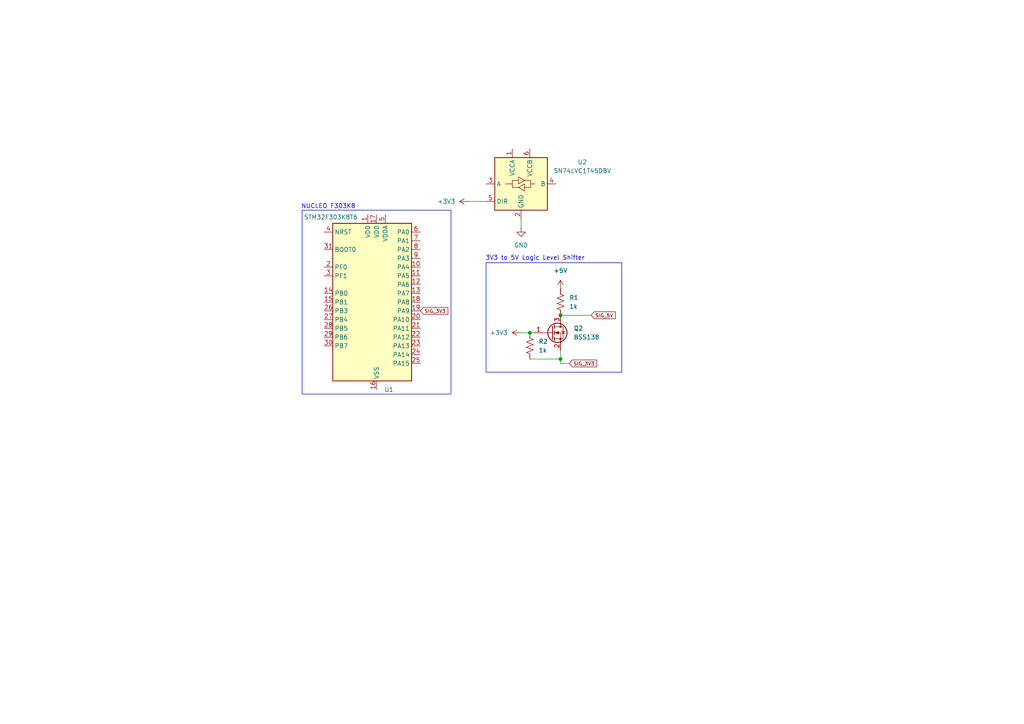
<source format=kicad_sch>
(kicad_sch (version 20231120) (generator "eeschema") (generator_version "8.0")
  (paper "A4")
  (title_block (title "Level Shifter") (date "2024-09-12") (rev "WIP-1") (comment 4 "Author: Matthew Briggs"))
  (lib_symbols
    (symbol "Device:R_US" (pin_numbers hide) (pin_names (offset 0))
      (property "Reference" "R" (at 2.54 0 90))
      (property "Value" "R_US" (at -2.54 0 90))
      (symbol "R_US_0_1"
        (polyline (pts (xy 0 -2.286) (xy 0 -2.54)))
        (polyline (pts (xy 0 2.286) (xy 0 2.54)))
        (polyline (pts (xy 0 -0.762) (xy 1.016 -1.143) (xy 0 -1.524) (xy -1.016 -1.905) (xy 0 -2.286)))
        (polyline (pts (xy 0 0.762) (xy 1.016 0.381) (xy 0 0) (xy -1.016 -0.381) (xy 0 -0.762)))
        (polyline (pts (xy 0 2.286) (xy 1.016 1.905) (xy 0 1.524) (xy -1.016 1.143) (xy 0 0.762)))
      )
      (symbol "R_US_1_1"
        (pin passive line (at 0 3.81 270) (length 1.27) (name "~") (number "1"))
        (pin passive line (at 0 -3.81 90) (length 1.27) (name "~") (number "2"))
      )
    )
    (symbol "Logic_LevelTranslator:SN74LVC1T45DBV"
      (property "Reference" "U" (at -6.35 8.89 0))
      (property "Value" "SN74LVC1T45DBV" (at 3.81 8.89 0))
      (symbol "SN74LVC1T45DBV_0_1"
        (rectangle (start -7.62 7.62) (end 7.62 -7.62) (stroke (width 0.254)) (fill (type background)))
        (polyline (pts (xy -2.54 0) (xy -2.54 1.016) (xy -0.762 1.016)))
        (polyline (pts (xy 2.794 0) (xy 2.794 -1.016) (xy 1.016 -1.016)))
        (polyline (pts (xy -0.762 -1.016) (xy -2.54 -1.016) (xy -2.54 0) (xy -4.572 0)))
        (polyline (pts (xy -0.762 0) (xy -0.762 2.032) (xy 1.016 1.016) (xy -0.762 0)))
        (polyline (pts (xy 1.016 1.016) (xy 2.794 1.016) (xy 2.794 0) (xy 4.064 0)))
        (polyline (pts (xy 1.016 0) (xy 1.016 -1.778) (xy 1.016 -2.032) (xy -0.762 -1.016) (xy 1.016 0)))
      )
      (symbol "SN74LVC1T45DBV_1_1"
        (pin power_in line (at -2.54 10.16 270) (length 2.54) (name "VCCA") (number "1"))
        (pin power_in line (at 0 -10.16 90) (length 2.54) (name "GND") (number "2"))
        (pin bidirectional line (at -10.16 0 0) (length 2.54) (name "A") (number "3"))
        (pin bidirectional line (at 10.16 0 180) (length 2.54) (name "B") (number "4"))
        (pin input line (at -10.16 -5.08 0) (length 2.54) (name "DIR") (number "5"))
        (pin power_in line (at 2.54 10.16 270) (length 2.54) (name "VCCB") (number "6"))
      )
    )
    (symbol "MCU_ST_STM32F3:STM32F303K8Tx"
      (property "Reference" "U" (at -10.16 24.13 0))
      (property "Value" "STM32F303K8Tx" (at 7.62 24.13 0))
      (symbol "STM32F303K8Tx_0_1"
        (rectangle (start -10.16 -22.86) (end 12.7 22.86) (stroke (width 0.254)) (fill (type background)))
      )
      (symbol "STM32F303K8Tx_1_1"
        (pin power_in line (at 0 25.4 270) (length 2.54) (name "VDD") (number "1"))
        (pin bidirectional line (at 15.24 10.16 180) (length 2.54) (name "PA4") (number "10"))
        (pin bidirectional line (at 15.24 7.62 180) (length 2.54) (name "PA5") (number "11"))
        (pin bidirectional line (at 15.24 5.08 180) (length 2.54) (name "PA6") (number "12"))
        (pin bidirectional line (at 15.24 2.54 180) (length 2.54) (name "PA7") (number "13"))
        (pin bidirectional line (at -12.7 2.54 0) (length 2.54) (name "PB0") (number "14"))
        (pin bidirectional line (at -12.7 0 0) (length 2.54) (name "PB1") (number "15"))
        (pin power_in line (at 2.54 -25.4 90) (length 2.54) (name "VSS") (number "16"))
        (pin power_in line (at 2.54 25.4 270) (length 2.54) (name "VDD") (number "17"))
        (pin bidirectional line (at 15.24 0 180) (length 2.54) (name "PA8") (number "18"))
        (pin bidirectional line (at 15.24 -2.54 180) (length 2.54) (name "PA9") (number "19"))
        (pin bidirectional line (at -12.7 10.16 0) (length 2.54) (name "PF0") (number "2"))
        (pin bidirectional line (at 15.24 -5.08 180) (length 2.54) (name "PA10") (number "20"))
        (pin bidirectional line (at 15.24 -7.62 180) (length 2.54) (name "PA11") (number "21"))
        (pin bidirectional line (at 15.24 -10.16 180) (length 2.54) (name "PA12") (number "22"))
        (pin bidirectional line (at 15.24 -12.7 180) (length 2.54) (name "PA13") (number "23"))
        (pin bidirectional line (at 15.24 -15.24 180) (length 2.54) (name "PA14") (number "24"))
        (pin bidirectional line (at 15.24 -17.78 180) (length 2.54) (name "PA15") (number "25"))
        (pin bidirectional line (at -12.7 -2.54 0) (length 2.54) (name "PB3") (number "26"))
        (pin bidirectional line (at -12.7 -5.08 0) (length 2.54) (name "PB4") (number "27"))
        (pin bidirectional line (at -12.7 -7.62 0) (length 2.54) (name "PB5") (number "28"))
        (pin bidirectional line (at -12.7 -10.16 0) (length 2.54) (name "PB6") (number "29"))
        (pin bidirectional line (at -12.7 7.62 0) (length 2.54) (name "PF1") (number "3"))
        (pin bidirectional line (at -12.7 -12.7 0) (length 2.54) (name "PB7") (number "30"))
        (pin input line (at -12.7 15.24 0) (length 2.54) (name "BOOT0") (number "31"))
        (pin passive line (at 2.54 -25.4 90) (length 2.54) hide (name "VSS") (number "32"))
        (pin input line (at -12.7 20.32 0) (length 2.54) (name "NRST") (number "4"))
        (pin power_in line (at 5.08 25.4 270) (length 2.54) (name "VDDA") (number "5"))
        (pin bidirectional line (at 15.24 20.32 180) (length 2.54) (name "PA0") (number "6"))
        (pin bidirectional line (at 15.24 17.78 180) (length 2.54) (name "PA1") (number "7"))
        (pin bidirectional line (at 15.24 15.24 180) (length 2.54) (name "PA2") (number "8"))
        (pin bidirectional line (at 15.24 12.7 180) (length 2.54) (name "PA3") (number "9"))
      )
    )
    (symbol "Transistor_FET:BSS138" (pin_names hide)
      (property "Reference" "Q" (at 5.08 1.905 0))
      (property "Value" "BSS138" (at 5.08 0 0))
      (symbol "BSS138_0_1"
        (polyline (pts (xy 0.254 0) (xy -2.54 0)))
        (polyline (pts (xy 0.254 1.905) (xy 0.254 -1.905)) (stroke (width 0.254)))
        (polyline (pts (xy 0.762 -1.27) (xy 0.762 -2.286)) (stroke (width 0.254)))
        (polyline (pts (xy 0.762 0.508) (xy 0.762 -0.508)) (stroke (width 0.254)))
        (polyline (pts (xy 0.762 2.286) (xy 0.762 1.27)) (stroke (width 0.254)))
        (polyline (pts (xy 2.54 2.54) (xy 2.54 1.778)))
        (polyline (pts (xy 2.54 -2.54) (xy 2.54 0) (xy 0.762 0)))
        (polyline (pts (xy 0.762 -1.778) (xy 3.302 -1.778) (xy 3.302 1.778) (xy 0.762 1.778)))
        (polyline (pts (xy 1.016 0) (xy 2.032 0.381) (xy 2.032 -0.381) (xy 1.016 0)) (fill (type outline)))
        (polyline (pts (xy 2.794 0.508) (xy 2.921 0.381) (xy 3.683 0.381) (xy 3.81 0.254)))
        (polyline (pts (xy 3.302 0.381) (xy 2.921 -0.254) (xy 3.683 -0.254) (xy 3.302 0.381)))
        (circle (center 1.651 0) (radius 2.794) (stroke (width 0.254)))
        (circle (center 2.54 -1.778) (radius 0.254) (fill (type outline)))
        (circle (center 2.54 1.778) (radius 0.254) (fill (type outline)))
      )
      (symbol "BSS138_1_1"
        (pin input line (at -5.08 0 0) (length 2.54) (name "G") (number "1"))
        (pin passive line (at 2.54 -5.08 90) (length 2.54) (name "S") (number "2"))
        (pin passive line (at 2.54 5.08 270) (length 2.54) (name "D") (number "3"))
      )
    )
    (symbol "power:+3V3" (power) (pin_numbers hide) (pin_names (offset 0) hide)
      (property "Value" "+3V3" (at 0 3.556 0))
      (symbol "+3V3_0_1"
        (polyline (pts (xy -0.762 1.27) (xy 0 2.54)))
        (polyline (pts (xy 0 0) (xy 0 2.54)))
        (polyline (pts (xy 0 2.54) (xy 0.762 1.27)))
      )
      (symbol "+3V3_1_1"
        (pin power_in line (at 0 0 90) (length 0) (name "~") (number "1"))
      )
    )
    (symbol "power:+5V" (power) (pin_numbers hide) (pin_names (offset 0) hide)
      (property "Value" "+5V" (at 0 3.556 0))
      (symbol "+5V_0_1"
        (polyline (pts (xy -0.762 1.27) (xy 0 2.54)))
        (polyline (pts (xy 0 0) (xy 0 2.54)))
        (polyline (pts (xy 0 2.54) (xy 0.762 1.27)))
      )
      (symbol "+5V_1_1"
        (pin power_in line (at 0 0 90) (length 0) (name "~") (number "1"))
      )
    )
    (symbol "power:GND" (power) (pin_numbers hide) (pin_names (offset 0) hide)
      (property "Value" "GND" (at 0 -3.81 0))
      (symbol "GND_0_1"
        (polyline (pts (xy 0 0) (xy 0 -1.27) (xy 1.27 -1.27) (xy 0 -2.54) (xy -1.27 -1.27) (xy 0 -1.27)))
      )
      (symbol "GND_1_1"
        (pin power_in line (at 0 0 270) (length 0) (name "~") (number "1"))
      )
    )
  )
  (junction (at 162.56 91.44))
  (junction (at 162.56 104.14))
  (junction (at 153.67 96.52))
  (wire (pts (xy 162.56 91.44) (xy 171.45 91.44)))
  (wire (pts (xy 151.13 63.5) (xy 151.13 66.04)))
  (wire (pts (xy 162.56 104.14) (xy 162.56 105.41)))
  (wire (pts (xy 162.56 101.6) (xy 162.56 104.14)))
  (wire (pts (xy 135.89 58.42) (xy 140.97 58.42)))
  (wire (pts (xy 162.56 105.41) (xy 165.1 105.41)))
  (wire (pts (xy 151.13 96.52) (xy 153.67 96.52)))
  (wire (pts (xy 153.67 96.52) (xy 154.94 96.52)))
  (wire (pts (xy 153.67 104.14) (xy 162.56 104.14)))
  (rectangle (start 87.63 60.96) (end 130.81 114.3))
  (rectangle (start 140.97 76.2) (end 180.34 107.95))
  (text "NUCLEO F303K8" (at 95.25 59.944 0) (effects (font (size 1.27 1.27))))
  (text "3V3 to 5V Logic Level Shifter" (at 155.194 74.93 0) (effects (font (size 1.27 1.27))))
  (global_label "SIG_3V3" (shape input) (at 121.92 90.17 0) (effects (font (size 1.016 1.016))) (property "Intersheetrefs" "${INTERSHEET_REFS}" (effects (hide yes))))
  (global_label "SIG_5V" (shape input) (at 171.45 91.44 0) (effects (font (size 1.016 1.016))) (property "Intersheetrefs" "${INTERSHEET_REFS}" (effects (hide yes))))
  (global_label "SIG_3V3" (shape input) (at 165.1 105.41 0) (effects (font (size 1.016 1.016))) (property "Intersheetrefs" "${INTERSHEET_REFS}" (effects (hide yes))))
  (symbol (lib_id "power:+5V") (at 162.56 83.82 0) (unit 1)
    (property "Reference" "#PWR01" (effects (hide yes)))
    (property "Value" "+5V" (at 162.56 78.486 0))
    (property "Description" "Power symbol creates a global label with name \"+5V\"" (effects (hide yes)))
  )
  (symbol (lib_id "power:+3V3") (at 135.89 58.42 90) (unit 1)
    (property "Reference" "#PWR03" (effects (hide yes)))
    (property "Value" "+3V3" (at 132.08 58.4199 90) (effects (justify left)))
    (property "Description" "Power symbol creates a global label with name \"+3V3\"" (effects (hide yes)))
  )
  (symbol (lib_id "Logic_LevelTranslator:SN74LVC1T45DBV") (at 151.13 53.34 0) (unit 1)
    (property "Reference" "U2" (at 168.91 47.0214 0))
    (property "Value" "SN74LVC1T45DBV" (at 168.91 49.5614 0))
    (property "Footprint" "Package_TO_SOT_SMD:SOT-23-6" (effects (hide yes)))
    (property "Datasheet" "http://www.ti.com/lit/ds/symlink/sn74lvc1t45.pdf" (effects (hide yes)))
    (property "Description" "Single-Bit Dual-Supply Bus Transceiver With Configurable Voltage Translation and 3-State Outputs, SOT-23-6" (effects (hide yes)))
  )
  (symbol (lib_id "Device:R_US") (at 162.56 87.63 0) (unit 1)
    (property "Reference" "R1" (at 165.1 86.3599 0) (effects (justify left)))
    (property "Value" "1k" (at 165.1 88.8999 0) (effects (justify left)))
    (property "Description" "Resistor, US symbol" (effects (hide yes)))
  )
  (symbol (lib_id "MCU_ST_STM32F3:STM32F303K8Tx") (at 106.68 87.63 0) (unit 1)
    (property "Reference" "U1" (at 111.4141 113.03 0) (effects (justify left)))
    (property "Value" "STM32F303K8T6" (at 88.138 62.992 0) (effects (justify left)))
    (property "Footprint" "Package_QFP:LQFP-32_7x7mm_P0.8mm" (effects (hide yes)))
    (property "Datasheet" "https://www.st.com/resource/en/datasheet/stm32f303k8.pdf" (effects (hide yes)))
    (property "Description" "STMicroelectronics Arm Cortex-M4 MCU, 64KB flash, 16KB RAM, 72 MHz, 2.0-3.6V, 25 GPIO, LQFP32" (effects (hide yes)))
  )
  (symbol (lib_id "power:GND") (at 151.13 66.04 0) (unit 1)
    (property "Reference" "#PWR04" (effects (hide yes)))
    (property "Value" "GND" (at 151.13 71.12 0))
    (property "Description" "Power symbol creates a global label with name \"GND\" , ground" (effects (hide yes)))
  )
  (symbol (lib_id "Transistor_FET:BSS138") (at 160.02 96.52 0) (unit 1)
    (property "Reference" "Q2" (at 166.37 95.2499 0) (effects (justify left)))
    (property "Value" "BSS138" (at 166.37 97.7899 0) (effects (justify left)))
    (property "Footprint" "Package_TO_SOT_SMD:SOT-23" (effects (hide yes)))
    (property "Datasheet" "https://www.onsemi.com/pub/Collateral/BSS138-D.PDF" (effects (hide yes)))
    (property "Description" "50V Vds, 0.22A Id, N-Channel MOSFET, SOT-23" (effects (hide yes)))
  )
  (symbol (lib_id "power:+3V3") (at 151.13 96.52 90) (unit 1)
    (property "Reference" "#PWR02" (effects (hide yes)))
    (property "Value" "+3V3" (at 147.32 96.5199 90) (effects (justify left)))
    (property "Description" "Power symbol creates a global label with name \"+3V3\"" (effects (hide yes)))
  )
  (symbol (lib_id "Device:R_US") (at 153.67 100.33 0) (unit 1)
    (property "Reference" "R2" (at 156.21 99.0599 0) (effects (justify left)))
    (property "Value" "1k" (at 156.21 101.5999 0) (effects (justify left)))
    (property "Description" "Resistor, US symbol" (effects (hide yes)))
  )
)
</source>
